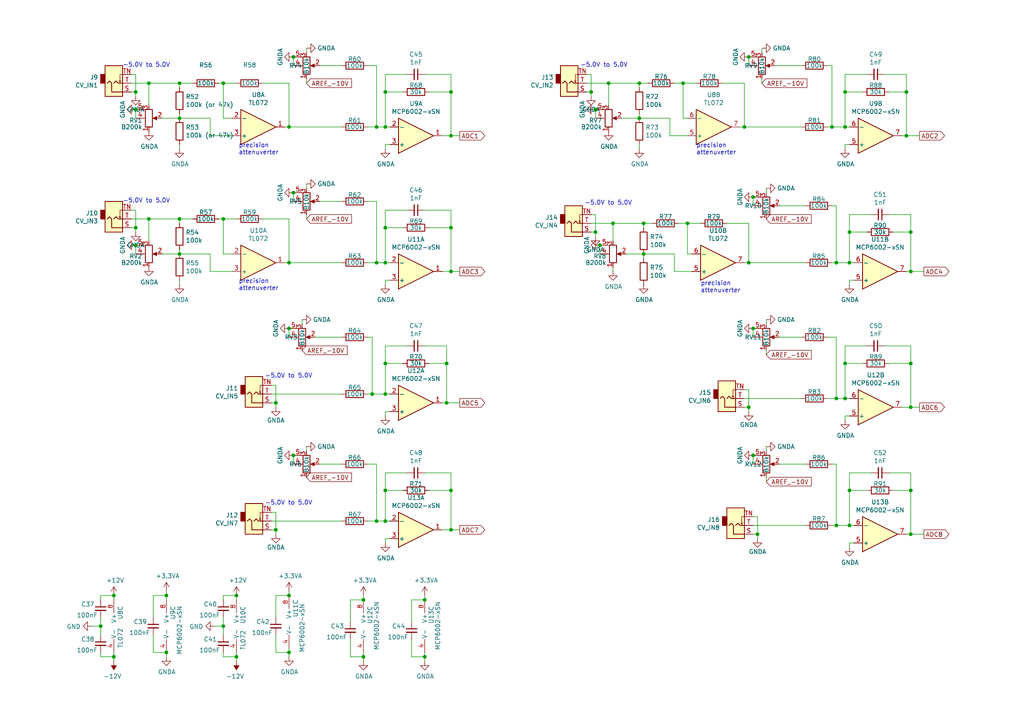
<source format=kicad_sch>
(kicad_sch (version 20211123) (generator eeschema)
  (paper "A4")
  (junction (at 186.69 73.66))
  (junction (at 215.9 36.83))
  (junction (at 83.82 95.25))
  (junction (at 123.19 173.99))
  (junction (at 83.82 189.23))
  (junction (at 64.77 63.5))
  (junction (at 68.58 190.5))
  (junction (at 245.11 36.83))
  (junction (at 109.22 36.83))
  (junction (at 111.76 142.24))
  (junction (at 217.17 16.51))
  (junction (at 172.72 67.31))
  (junction (at 245.11 105.41))
  (junction (at 264.16 154.94))
  (junction (at 264.16 78.74))
  (junction (at 29.21 181.61))
  (junction (at 173.99 71.12))
  (junction (at 185.42 24.13))
  (junction (at 52.07 34.29))
  (junction (at 245.11 115.57))
  (junction (at 39.37 26.67))
  (junction (at 39.37 71.12))
  (junction (at 245.11 26.67))
  (junction (at 242.57 76.2))
  (junction (at 218.44 57.15))
  (junction (at 218.44 132.08))
  (junction (at 129.54 116.84))
  (junction (at 130.81 153.67))
  (junction (at 111.76 26.67))
  (junction (at 129.54 105.41))
  (junction (at 43.18 63.5))
  (junction (at 52.07 73.66))
  (junction (at 109.22 76.2))
  (junction (at 105.41 173.99))
  (junction (at 130.81 39.37))
  (junction (at 48.26 172.72))
  (junction (at 111.76 36.83))
  (junction (at 217.17 76.2))
  (junction (at 172.72 31.75))
  (junction (at 217.17 118.11))
  (junction (at 262.89 39.37))
  (junction (at 107.95 114.3))
  (junction (at 130.81 78.74))
  (junction (at 52.07 24.13))
  (junction (at 111.76 114.3))
  (junction (at 85.09 132.08))
  (junction (at 52.07 63.5))
  (junction (at 64.77 24.13))
  (junction (at 39.37 66.04))
  (junction (at 105.41 190.5))
  (junction (at 242.57 115.57))
  (junction (at 246.38 76.2))
  (junction (at 83.82 36.83))
  (junction (at 111.76 105.41))
  (junction (at 85.09 16.51))
  (junction (at 177.8 64.77))
  (junction (at 264.16 105.41))
  (junction (at 39.37 31.75))
  (junction (at 33.02 190.5))
  (junction (at 198.12 24.13))
  (junction (at 241.3 36.83))
  (junction (at 64.77 181.61))
  (junction (at 33.02 172.72))
  (junction (at 264.16 142.24))
  (junction (at 111.76 151.13))
  (junction (at 199.39 64.77))
  (junction (at 171.45 26.67))
  (junction (at 130.81 26.67))
  (junction (at 80.01 116.84))
  (junction (at 264.16 67.31))
  (junction (at 218.44 95.25))
  (junction (at 83.82 172.72))
  (junction (at 219.71 154.94))
  (junction (at 109.22 151.13))
  (junction (at 246.38 142.24))
  (junction (at 242.57 152.4))
  (junction (at 176.53 24.13))
  (junction (at 123.19 190.5))
  (junction (at 264.16 118.11))
  (junction (at 43.18 24.13))
  (junction (at 68.58 172.72))
  (junction (at 80.01 153.67))
  (junction (at 185.42 34.29))
  (junction (at 85.09 55.88))
  (junction (at 111.76 76.2))
  (junction (at 262.89 26.67))
  (junction (at 130.81 142.24))
  (junction (at 246.38 152.4))
  (junction (at 186.69 64.77))
  (junction (at 246.38 67.31))
  (junction (at 83.82 76.2))
  (junction (at 130.81 66.04))
  (junction (at 111.76 66.04))
  (junction (at 48.26 189.23))
  (wire (pts (xy 209.55 24.13) (xy 215.9 24.13)))
  (wire (pts (xy 264.16 78.74) (xy 262.89 78.74)))
  (wire (pts (xy 111.76 41.91) (xy 113.03 41.91)))
  (wire (pts (xy 264.16 100.33) (xy 264.16 105.41)))
  (wire (pts (xy 257.81 137.16) (xy 264.16 137.16)))
  (wire (pts (xy 217.17 76.2) (xy 233.68 76.2)))
  (wire (pts (xy 171.45 26.67) (xy 170.18 26.67)))
  (wire (pts (xy 118.11 100.33) (xy 111.76 100.33)))
  (wire (pts (xy 111.76 36.83) (xy 109.22 36.83)))
  (wire (pts (xy 62.23 181.61) (xy 64.77 181.61)))
  (wire (pts (xy 111.76 76.2) (xy 109.22 76.2)))
  (wire (pts (xy 85.09 16.51) (xy 85.09 19.05)))
  (wire (pts (xy 226.06 134.62) (xy 233.68 134.62)))
  (wire (pts (xy 177.8 64.77) (xy 186.69 64.77)))
  (wire (pts (xy 52.07 82.55) (xy 52.07 81.28)))
  (wire (pts (xy 246.38 67.31) (xy 251.46 67.31)))
  (wire (pts (xy 46.99 34.29) (xy 52.07 34.29)))
  (wire (pts (xy 52.07 64.77) (xy 52.07 63.5)))
  (wire (pts (xy 123.19 190.5) (xy 123.19 189.23)))
  (wire (pts (xy 129.54 105.41) (xy 129.54 116.84)))
  (wire (pts (xy 218.44 152.4) (xy 233.68 152.4)))
  (wire (pts (xy 111.76 21.59) (xy 111.76 26.67)))
  (wire (pts (xy 109.22 151.13) (xy 106.68 151.13)))
  (wire (pts (xy 176.53 30.48) (xy 176.53 24.13)))
  (wire (pts (xy 267.97 78.74) (xy 264.16 78.74)))
  (wire (pts (xy 215.9 36.83) (xy 214.63 36.83)))
  (wire (pts (xy 111.76 151.13) (xy 111.76 142.24)))
  (wire (pts (xy 83.82 190.5) (xy 83.82 189.23)))
  (wire (pts (xy 39.37 21.59) (xy 39.37 26.67)))
  (wire (pts (xy 218.44 132.08) (xy 218.44 134.62)))
  (wire (pts (xy 219.71 149.86) (xy 219.71 154.94)))
  (wire (pts (xy 130.81 137.16) (xy 130.81 142.24)))
  (wire (pts (xy 78.74 114.3) (xy 99.06 114.3)))
  (wire (pts (xy 246.38 36.83) (xy 245.11 36.83)))
  (wire (pts (xy 217.17 118.11) (xy 215.9 118.11)))
  (wire (pts (xy 52.07 43.18) (xy 52.07 41.91)))
  (wire (pts (xy 257.81 26.67) (xy 262.89 26.67)))
  (wire (pts (xy 217.17 16.51) (xy 217.17 19.05)))
  (wire (pts (xy 80.01 153.67) (xy 78.74 153.67)))
  (wire (pts (xy 106.68 134.62) (xy 109.22 134.62)))
  (wire (pts (xy 185.42 43.18) (xy 185.42 41.91)))
  (wire (pts (xy 222.25 102.87) (xy 222.25 101.6)))
  (wire (pts (xy 111.76 82.55) (xy 111.76 81.28)))
  (wire (pts (xy 43.18 24.13) (xy 52.07 24.13)))
  (wire (pts (xy 60.96 73.66) (xy 60.96 78.74)))
  (wire (pts (xy 80.01 189.23) (xy 83.82 189.23)))
  (wire (pts (xy 44.45 179.07) (xy 44.45 172.72)))
  (wire (pts (xy 111.76 151.13) (xy 109.22 151.13)))
  (wire (pts (xy 78.74 151.13) (xy 99.06 151.13)))
  (wire (pts (xy 172.72 67.31) (xy 171.45 67.31)))
  (wire (pts (xy 68.58 190.5) (xy 64.77 190.5)))
  (wire (pts (xy 226.06 59.69) (xy 233.68 59.69)))
  (wire (pts (xy 173.99 71.12) (xy 173.99 73.66)))
  (wire (pts (xy 111.76 114.3) (xy 107.95 114.3)))
  (wire (pts (xy 68.58 172.72) (xy 68.58 173.99)))
  (wire (pts (xy 64.77 181.61) (xy 64.77 184.15)))
  (wire (pts (xy 266.7 118.11) (xy 264.16 118.11)))
  (wire (pts (xy 111.76 100.33) (xy 111.76 105.41)))
  (wire (pts (xy 123.19 172.72) (xy 123.19 173.99)))
  (wire (pts (xy 199.39 73.66) (xy 200.66 73.66)))
  (wire (pts (xy 43.18 30.48) (xy 43.18 24.13)))
  (wire (pts (xy 33.02 172.72) (xy 33.02 173.99)))
  (wire (pts (xy 215.9 24.13) (xy 215.9 36.83)))
  (wire (pts (xy 52.07 63.5) (xy 55.88 63.5)))
  (wire (pts (xy 222.25 139.7) (xy 222.25 138.43)))
  (wire (pts (xy 85.09 55.88) (xy 85.09 58.42)))
  (wire (pts (xy 92.71 19.05) (xy 99.06 19.05)))
  (wire (pts (xy 245.11 121.92) (xy 245.11 120.65)))
  (wire (pts (xy 80.01 184.15) (xy 80.01 189.23)))
  (wire (pts (xy 39.37 60.96) (xy 39.37 66.04)))
  (wire (pts (xy 123.19 100.33) (xy 129.54 100.33)))
  (wire (pts (xy 259.08 142.24) (xy 264.16 142.24)))
  (wire (pts (xy 64.77 73.66) (xy 67.31 73.66)))
  (wire (pts (xy 130.81 39.37) (xy 128.27 39.37)))
  (wire (pts (xy 52.07 25.4) (xy 52.07 24.13)))
  (wire (pts (xy 123.19 191.77) (xy 123.19 190.5)))
  (wire (pts (xy 80.01 148.59) (xy 80.01 153.67)))
  (wire (pts (xy 245.11 115.57) (xy 245.11 105.41)))
  (wire (pts (xy 220.98 24.13) (xy 220.98 22.86)))
  (wire (pts (xy 241.3 134.62) (xy 242.57 134.62)))
  (wire (pts (xy 111.76 60.96) (xy 111.76 66.04)))
  (wire (pts (xy 124.46 26.67) (xy 130.81 26.67)))
  (wire (pts (xy 256.54 100.33) (xy 264.16 100.33)))
  (wire (pts (xy 80.01 179.07) (xy 80.01 172.72)))
  (wire (pts (xy 38.1 63.5) (xy 43.18 63.5)))
  (wire (pts (xy 240.03 97.79) (xy 242.57 97.79)))
  (wire (pts (xy 217.17 64.77) (xy 217.17 76.2)))
  (wire (pts (xy 246.38 158.75) (xy 246.38 157.48)))
  (wire (pts (xy 180.34 34.29) (xy 185.42 34.29)))
  (wire (pts (xy 262.89 26.67) (xy 262.89 39.37)))
  (wire (pts (xy 52.07 72.39) (xy 52.07 73.66)))
  (wire (pts (xy 245.11 26.67) (xy 250.19 26.67)))
  (wire (pts (xy 199.39 64.77) (xy 199.39 73.66)))
  (wire (pts (xy 118.11 137.16) (xy 111.76 137.16)))
  (wire (pts (xy 246.38 152.4) (xy 242.57 152.4)))
  (wire (pts (xy 106.68 58.42) (xy 109.22 58.42)))
  (wire (pts (xy 242.57 115.57) (xy 240.03 115.57)))
  (wire (pts (xy 43.18 69.85) (xy 43.18 63.5)))
  (wire (pts (xy 246.38 81.28) (xy 247.65 81.28)))
  (wire (pts (xy 52.07 34.29) (xy 60.96 34.29)))
  (wire (pts (xy 68.58 172.72) (xy 64.77 172.72)))
  (wire (pts (xy 224.79 19.05) (xy 232.41 19.05)))
  (wire (pts (xy 39.37 66.04) (xy 38.1 66.04)))
  (wire (pts (xy 266.7 39.37) (xy 262.89 39.37)))
  (wire (pts (xy 39.37 71.12) (xy 39.37 73.66)))
  (wire (pts (xy 133.35 153.67) (xy 130.81 153.67)))
  (wire (pts (xy 185.42 34.29) (xy 194.31 34.29)))
  (wire (pts (xy 83.82 76.2) (xy 82.55 76.2)))
  (wire (pts (xy 88.9 53.34) (xy 88.9 54.61)))
  (wire (pts (xy 88.9 63.5) (xy 88.9 62.23)))
  (wire (pts (xy 88.9 24.13) (xy 88.9 22.86)))
  (wire (pts (xy 39.37 67.31) (xy 39.37 66.04)))
  (wire (pts (xy 85.09 132.08) (xy 85.09 134.62)))
  (wire (pts (xy 129.54 100.33) (xy 129.54 105.41)))
  (wire (pts (xy 83.82 36.83) (xy 82.55 36.83)))
  (wire (pts (xy 226.06 97.79) (xy 232.41 97.79)))
  (wire (pts (xy 92.71 58.42) (xy 99.06 58.42)))
  (wire (pts (xy 106.68 97.79) (xy 107.95 97.79)))
  (wire (pts (xy 76.2 63.5) (xy 83.82 63.5)))
  (wire (pts (xy 38.1 60.96) (xy 39.37 60.96)))
  (wire (pts (xy 241.3 36.83) (xy 240.03 36.83)))
  (wire (pts (xy 48.26 190.5) (xy 48.26 189.23)))
  (wire (pts (xy 133.35 116.84) (xy 129.54 116.84)))
  (wire (pts (xy 242.57 59.69) (xy 242.57 76.2)))
  (wire (pts (xy 246.38 157.48) (xy 247.65 157.48)))
  (wire (pts (xy 264.16 62.23) (xy 264.16 67.31)))
  (wire (pts (xy 52.07 24.13) (xy 55.88 24.13)))
  (wire (pts (xy 64.77 63.5) (xy 64.77 73.66)))
  (wire (pts (xy 109.22 76.2) (xy 106.68 76.2)))
  (wire (pts (xy 247.65 76.2) (xy 246.38 76.2)))
  (wire (pts (xy 80.01 172.72) (xy 83.82 172.72)))
  (wire (pts (xy 245.11 21.59) (xy 245.11 26.67)))
  (wire (pts (xy 105.41 191.77) (xy 105.41 190.5)))
  (wire (pts (xy 264.16 118.11) (xy 261.62 118.11)))
  (wire (pts (xy 92.71 134.62) (xy 99.06 134.62)))
  (wire (pts (xy 242.57 97.79) (xy 242.57 115.57)))
  (wire (pts (xy 48.26 171.45) (xy 48.26 172.72)))
  (wire (pts (xy 113.03 151.13) (xy 111.76 151.13)))
  (wire (pts (xy 246.38 142.24) (xy 251.46 142.24)))
  (wire (pts (xy 64.77 24.13) (xy 68.58 24.13)))
  (wire (pts (xy 252.73 62.23) (xy 246.38 62.23)))
  (wire (pts (xy 185.42 33.02) (xy 185.42 34.29)))
  (wire (pts (xy 186.69 64.77) (xy 189.23 64.77)))
  (wire (pts (xy 109.22 58.42) (xy 109.22 76.2)))
  (wire (pts (xy 29.21 179.07) (xy 29.21 181.61)))
  (wire (pts (xy 44.45 189.23) (xy 48.26 189.23)))
  (wire (pts (xy 63.5 24.13) (xy 64.77 24.13)))
  (wire (pts (xy 245.11 36.83) (xy 245.11 26.67)))
  (wire (pts (xy 194.31 34.29) (xy 194.31 39.37)))
  (wire (pts (xy 101.6 185.42) (xy 101.6 190.5)))
  (wire (pts (xy 111.76 157.48) (xy 111.76 156.21)))
  (wire (pts (xy 198.12 34.29) (xy 199.39 34.29)))
  (wire (pts (xy 111.76 26.67) (xy 116.84 26.67)))
  (wire (pts (xy 171.45 21.59) (xy 171.45 26.67)))
  (wire (pts (xy 130.81 153.67) (xy 128.27 153.67)))
  (wire (pts (xy 198.12 24.13) (xy 198.12 34.29)))
  (wire (pts (xy 130.81 66.04) (xy 130.81 78.74)))
  (wire (pts (xy 198.12 24.13) (xy 201.93 24.13)))
  (wire (pts (xy 185.42 24.13) (xy 187.96 24.13)))
  (wire (pts (xy 172.72 62.23) (xy 172.72 67.31)))
  (wire (pts (xy 246.38 115.57) (xy 245.11 115.57)))
  (wire (pts (xy 109.22 19.05) (xy 109.22 36.83)))
  (wire (pts (xy 113.03 76.2) (xy 111.76 76.2)))
  (wire (pts (xy 251.46 21.59) (xy 245.11 21.59)))
  (wire (pts (xy 215.9 36.83) (xy 232.41 36.83)))
  (wire (pts (xy 257.81 62.23) (xy 264.16 62.23)))
  (wire (pts (xy 64.77 179.07) (xy 64.77 181.61)))
  (wire (pts (xy 124.46 105.41) (xy 129.54 105.41)))
  (wire (pts (xy 118.11 60.96) (xy 111.76 60.96)))
  (wire (pts (xy 60.96 39.37) (xy 67.31 39.37)))
  (wire (pts (xy 245.11 43.18) (xy 245.11 41.91)))
  (wire (pts (xy 196.85 64.77) (xy 199.39 64.77)))
  (wire (pts (xy 240.03 19.05) (xy 241.3 19.05)))
  (wire (pts (xy 195.58 73.66) (xy 195.58 78.74)))
  (wire (pts (xy 111.76 66.04) (xy 116.84 66.04)))
  (wire (pts (xy 52.07 33.02) (xy 52.07 34.29)))
  (wire (pts (xy 64.77 24.13) (xy 64.77 34.29)))
  (wire (pts (xy 123.19 21.59) (xy 130.81 21.59)))
  (wire (pts (xy 251.46 100.33) (xy 245.11 100.33)))
  (wire (pts (xy 39.37 26.67) (xy 38.1 26.67)))
  (wire (pts (xy 64.77 34.29) (xy 67.31 34.29)))
  (wire (pts (xy 107.95 97.79) (xy 107.95 114.3)))
  (wire (pts (xy 130.81 26.67) (xy 130.81 39.37)))
  (wire (pts (xy 80.01 116.84) (xy 78.74 116.84)))
  (wire (pts (xy 111.76 142.24) (xy 116.84 142.24)))
  (wire (pts (xy 129.54 116.84) (xy 128.27 116.84)))
  (wire (pts (xy 181.61 73.66) (xy 186.69 73.66)))
  (wire (pts (xy 195.58 78.74) (xy 200.66 78.74)))
  (wire (pts (xy 247.65 152.4) (xy 246.38 152.4)))
  (wire (pts (xy 33.02 189.23) (xy 33.02 190.5)))
  (wire (pts (xy 222.25 129.54) (xy 222.25 130.81)))
  (wire (pts (xy 80.01 154.94) (xy 80.01 153.67)))
  (wire (pts (xy 83.82 63.5) (xy 83.82 76.2)))
  (wire (pts (xy 259.08 67.31) (xy 264.16 67.31)))
  (wire (pts (xy 177.8 69.85) (xy 177.8 64.77)))
  (wire (pts (xy 195.58 24.13) (xy 198.12 24.13)))
  (wire (pts (xy 133.35 39.37) (xy 130.81 39.37)))
  (wire (pts (xy 130.81 21.59) (xy 130.81 26.67)))
  (wire (pts (xy 123.19 137.16) (xy 130.81 137.16)))
  (wire (pts (xy 38.1 24.13) (xy 43.18 24.13)))
  (wire (pts (xy 194.31 39.37) (xy 199.39 39.37)))
  (wire (pts (xy 219.71 156.21) (xy 219.71 154.94)))
  (wire (pts (xy 88.9 129.54) (xy 88.9 130.81)))
  (wire (pts (xy 83.82 36.83) (xy 99.06 36.83)))
  (wire (pts (xy 222.25 92.71) (xy 222.25 93.98)))
  (wire (pts (xy 186.69 73.66) (xy 186.69 74.93)))
  (wire (pts (xy 222.25 54.61) (xy 222.25 55.88)))
  (wire (pts (xy 242.57 152.4) (xy 241.3 152.4)))
  (wire (pts (xy 26.67 181.61) (xy 29.21 181.61)))
  (wire (pts (xy 52.07 73.66) (xy 60.96 73.66)))
  (wire (pts (xy 177.8 78.74) (xy 177.8 77.47)))
  (wire (pts (xy 219.71 154.94) (xy 218.44 154.94)))
  (wire (pts (xy 105.41 172.72) (xy 105.41 173.99)))
  (wire (pts (xy 113.03 36.83) (xy 111.76 36.83)))
  (wire (pts (xy 246.38 152.4) (xy 246.38 142.24)))
  (wire (pts (xy 124.46 142.24) (xy 130.81 142.24)))
  (wire (pts (xy 88.9 13.97) (xy 88.9 15.24)))
  (wire (pts (xy 245.11 120.65) (xy 246.38 120.65)))
  (wire (pts (xy 64.77 190.5) (xy 64.77 189.23)))
  (wire (pts (xy 245.11 115.57) (xy 242.57 115.57)))
  (wire (pts (xy 217.17 76.2) (xy 215.9 76.2)))
  (wire (pts (xy 83.82 24.13) (xy 83.82 36.83)))
  (wire (pts (xy 210.82 64.77) (xy 217.17 64.77)))
  (wire (pts (xy 264.16 67.31) (xy 264.16 78.74)))
  (wire (pts (xy 264.16 154.94) (xy 262.89 154.94)))
  (wire (pts (xy 185.42 25.4) (xy 185.42 24.13)))
  (wire (pts (xy 111.76 120.65) (xy 111.76 119.38)))
  (wire (pts (xy 111.76 156.21) (xy 113.03 156.21)))
  (wire (pts (xy 105.41 190.5) (xy 105.41 189.23)))
  (wire (pts (xy 118.11 21.59) (xy 111.76 21.59)))
  (wire (pts (xy 170.18 21.59) (xy 171.45 21.59)))
  (wire (pts (xy 241.3 19.05) (xy 241.3 36.83)))
  (wire (pts (xy 111.76 36.83) (xy 111.76 26.67)))
  (wire (pts (xy 218.44 149.86) (xy 219.71 149.86)))
  (wire (pts (xy 172.72 31.75) (xy 172.72 34.29)))
  (wire (pts (xy 172.72 68.58) (xy 172.72 67.31)))
  (wire (pts (xy 83.82 95.25) (xy 83.82 97.79)))
  (wire (pts (xy 246.38 137.16) (xy 246.38 142.24)))
  (wire (pts (xy 48.26 172.72) (xy 48.26 173.99)))
  (wire (pts (xy 107.95 114.3) (xy 106.68 114.3)))
  (wire (pts (xy 262.89 21.59) (xy 262.89 26.67)))
  (wire (pts (xy 111.76 137.16) (xy 111.76 142.24)))
  (wire (pts (xy 83.82 76.2) (xy 99.06 76.2)))
  (wire (pts (xy 171.45 64.77) (xy 177.8 64.77)))
  (wire (pts (xy 111.76 119.38) (xy 113.03 119.38)))
  (wire (pts (xy 111.76 114.3) (xy 111.76 105.41)))
  (wire (pts (xy 257.81 105.41) (xy 264.16 105.41)))
  (wire (pts (xy 43.18 63.5) (xy 52.07 63.5)))
  (wire (pts (xy 218.44 95.25) (xy 218.44 97.79)))
  (wire (pts (xy 44.45 184.15) (xy 44.45 189.23)))
  (wire (pts (xy 262.89 39.37) (xy 261.62 39.37)))
  (wire (pts (xy 33.02 190.5) (xy 29.21 190.5)))
  (wire (pts (xy 80.01 111.76) (xy 80.01 116.84)))
  (wire (pts (xy 246.38 76.2) (xy 242.57 76.2)))
  (wire (pts (xy 76.2 24.13) (xy 83.82 24.13)))
  (wire (pts (xy 171.45 62.23) (xy 172.72 62.23)))
  (wire (pts (xy 39.37 27.94) (xy 39.37 26.67)))
  (wire (pts (xy 130.81 78.74) (xy 128.27 78.74)))
  (wire (pts (xy 38.1 21.59) (xy 39.37 21.59)))
  (wire (pts (xy 91.44 97.79) (xy 99.06 97.79)))
  (wire (pts (xy 242.57 76.2) (xy 241.3 76.2)))
  (wire (pts (xy 80.01 118.11) (xy 80.01 116.84)))
  (wire (pts (xy 130.81 142.24) (xy 130.81 153.67)))
  (wire (pts (xy 60.96 34.29) (xy 60.96 39.37)))
  (wire (pts (xy 186.69 73.66) (xy 195.58 73.66)))
  (wire (pts (xy 68.58 190.5) (xy 68.58 191.77)))
  (wire (pts (xy 113.03 114.3) (xy 111.76 114.3)))
  (wire (pts (xy 78.74 111.76) (xy 80.01 111.76)))
  (wire (pts (xy 176.53 24.13) (xy 185.42 24.13)))
  (wire (pts (xy 119.38 185.42) (xy 119.38 190.5)))
  (wire (pts (xy 246.38 76.2) (xy 246.38 67.31)))
  (wire (pts (xy 170.18 24.13) (xy 176.53 24.13)))
  (wire (pts (xy 245.11 100.33) (xy 245.11 105.41)))
  (wire (pts (xy 242.57 134.62) (xy 242.57 152.4)))
  (wire (pts (xy 241.3 59.69) (xy 242.57 59.69)))
  (wire (pts (xy 217.17 113.03) (xy 217.17 118.11)))
  (wire (pts (xy 33.02 172.72) (xy 29.21 172.72)))
  (wire (pts (xy 246.38 62.23) (xy 246.38 67.31)))
  (wire (pts (xy 83.82 189.23) (xy 83.82 187.96)))
  (wire (pts (xy 83.82 171.45) (xy 83.82 172.72)))
  (wire (pts (xy 119.38 180.34) (xy 119.38 173.99)))
  (wire (pts (xy 130.81 60.96) (xy 130.81 66.04)))
  (wire (pts (xy 64.77 172.72) (xy 64.77 173.99)))
  (wire (pts (xy 60.96 78.74) (xy 67.31 78.74)))
  (wire (pts (xy 217.17 119.38) (xy 217.17 118.11)))
  (wire (pts (xy 101.6 190.5) (xy 105.41 190.5)))
  (wire (pts (xy 220.98 13.97) (xy 220.98 15.24)))
  (wire (pts (xy 29.21 181.61) (xy 29.21 184.15)))
  (wire (pts (xy 245.11 36.83) (xy 241.3 36.83)))
  (wire (pts (xy 245.11 105.41) (xy 250.19 105.41)))
  (wire (pts (xy 123.19 60.96) (xy 130.81 60.96)))
  (wire (pts (xy 124.46 66.04) (xy 130.81 66.04)))
  (wire (pts (xy 106.68 19.05) (xy 109.22 19.05)))
  (wire (pts (xy 109.22 134.62) (xy 109.22 151.13)))
  (wire (pts (xy 215.9 115.57) (xy 232.41 115.57)))
  (wire (pts (xy 252.73 137.16) (xy 246.38 137.16)))
  (wire (pts (xy 101.6 180.34) (xy 101.6 173.99)))
  (wire (pts (xy 111.76 76.2) (xy 111.76 66.04)))
  (wire (pts (xy 267.97 154.94) (xy 264.16 154.94)))
  (wire (pts (xy 78.74 148.59) (xy 80.01 148.59)))
  (wire (pts (xy 29.21 172.72) (xy 29.21 173.99)))
  (wire (pts (xy 29.21 190.5) (xy 29.21 189.23)))
  (wire (pts (xy 264.16 142.24) (xy 264.16 154.94)))
  (wire (pts (xy 63.5 63.5) (xy 64.77 63.5)))
  (wire (pts (xy 111.76 81.28) (xy 113.03 81.28)))
  (wire (pts (xy 44.45 172.72) (xy 48.26 172.72)))
  (wire (pts (xy 186.69 66.04) (xy 186.69 64.77)))
  (wire (pts (xy 171.45 27.94) (xy 171.45 26.67)))
  (wire (pts (xy 245.11 41.91) (xy 246.38 41.91)))
  (wire (pts (xy 264.16 137.16) (xy 264.16 142.24)))
  (wire (pts (xy 111.76 105.41) (xy 116.84 105.41)))
  (wire (pts (xy 39.37 31.75) (xy 39.37 34.29)))
  (wire (pts (xy 68.58 189.23) (xy 68.58 190.5)))
  (wire (pts (xy 46.99 73.66) (xy 52.07 73.66)))
  (wire (pts (xy 119.38 190.5) (xy 123.19 190.5)))
  (wire (pts (xy 111.76 43.18) (xy 111.76 41.91)))
  (wire (pts (xy 246.38 82.55) (xy 246.38 81.28)))
  (wire (pts (xy 215.9 113.03) (xy 217.17 113.03)))
  (wire (pts (xy 33.02 190.5) (xy 33.02 191.77)))
  (wire (pts (xy 64.77 63.5) (xy 68.58 63.5)))
  (wire (pts (xy 256.54 21.59) (xy 262.89 21.59)))
  (wire (pts (xy 109.22 36.83) (xy 106.68 36.83)))
  (wire (pts (xy 119.38 173.99) (xy 123.19 173.99)))
  (wire (pts (xy 133.35 78.74) (xy 130.81 78.74)))
  (wire (pts (xy 218.44 57.15) (xy 218.44 59.69)))
  (wire (pts (xy 199.39 64.77) (xy 203.2 64.77)))
  (wire (pts (xy 264.16 105.41) (xy 264.16 118.11)))
  (wire (pts (xy 101.6 173.99) (xy 105.41 173.99)))
  (wire (pts (xy 87.63 92.71) (xy 87.63 93.98)))
  (text "-5.0V to 5.0V" (at 168.275 19.685 0) (effects (font (size 1.27 1.27)) (justify left bottom)))
  (text "precision\nattenuverter" (at 69.215 84.455 0) (effects (font (size 1.27 1.27)) (justify left bottom)))
  (text "-5.0V to 5.0V" (at 76.835 109.855 0) (effects (font (size 1.27 1.27)) (justify left bottom)))
  (text "-5.0V to 5.0V" (at 35.56 19.685 0) (effects (font (size 1.27 1.27)) (justify left bottom)))
  (text "-5.0V to 5.0V" (at 35.56 59.055 0) (effects (font (size 1.27 1.27)) (justify left bottom)))
  (text "precision\nattenuverter" (at 203.2 85.09 0) (effects (font (size 1.27 1.27)) (justify left bottom)))
  (text "-5.0V to 5.0V" (at 76.835 146.685 0) (effects (font (size 1.27 1.27)) (justify left bottom)))
  (text "precision\nattenuverter" (at 69.215 45.085 0) (effects (font (size 1.27 1.27)) (justify left bottom)))
  (text "precision\nattenuverter" (at 201.93 45.085 0) (effects (font (size 1.27 1.27)) (justify left bottom)))
  (text "-5.0V to 5.0V" (at 169.545 59.69 0) (effects (font (size 1.27 1.27)) (justify left bottom)))
  (global_label "ADC5" (shape output) (at 133.35 116.84 0) (property "Intersheet References" "${INTERSHEET_REFS}" (effects hide)))
  (global_label "ADC1" (shape output) (at 133.35 39.37 0) (property "Intersheet References" "${INTERSHEET_REFS}" (effects hide)))
  (global_label "ADC3" (shape output) (at 133.35 78.74 0) (property "Intersheet References" "${INTERSHEET_REFS}" (effects hide)))
  (global_label "AREF_-10V" (shape input) (at 220.98 24.13 0) (property "Intersheet References" "${INTERSHEET_REFS}" (effects hide)))
  (global_label "ADC6" (shape output) (at 266.7 118.11 0) (property "Intersheet References" "${INTERSHEET_REFS}" (effects hide)))
  (global_label "AREF_-10V" (shape input) (at 87.63 101.6 0) (property "Intersheet References" "${INTERSHEET_REFS}" (effects hide)))
  (global_label "AREF_-10V" (shape input) (at 88.9 63.5 0) (property "Intersheet References" "${INTERSHEET_REFS}" (effects hide)))
  (global_label "ADC7" (shape output) (at 133.35 153.67 0) (property "Intersheet References" "${INTERSHEET_REFS}" (effects hide)))
  (global_label "ADC4" (shape output) (at 267.97 78.74 0) (property "Intersheet References" "${INTERSHEET_REFS}" (effects hide)))
  (global_label "AREF_-10V" (shape input) (at 88.9 24.13 0) (property "Intersheet References" "${INTERSHEET_REFS}" (effects hide)))
  (global_label "AREF_-10V" (shape input) (at 222.25 63.5 0) (property "Intersheet References" "${INTERSHEET_REFS}" (effects hide)))
  (global_label "AREF_-10V" (shape input) (at 222.25 102.87 0) (property "Intersheet References" "${INTERSHEET_REFS}" (effects hide)))
  (global_label "AREF_-10V" (shape input) (at 222.25 139.7 0) (property "Intersheet References" "${INTERSHEET_REFS}" (effects hide)))
  (global_label "AREF_-10V" (shape input) (at 88.9 138.43 0) (property "Intersheet References" "${INTERSHEET_REFS}" (effects hide)))
  (global_label "ADC2" (shape output) (at 266.7 39.37 0) (property "Intersheet References" "${INTERSHEET_REFS}" (effects hide)))
  (global_label "ADC8" (shape output) (at 267.97 154.94 0) (property "Intersheet References" "${INTERSHEET_REFS}" (effects hide)))
  (symbol (lib_id "power:+12V") (at 33.02 172.72 0) (unit 1)
    (property "Reference" "#PWR077" (effects hide))
    (property "Value" "+12V" (at 33.401 168.3258 0))
  )
  (symbol (lib_id "power:-12V") (at 33.02 191.77 180) (unit 1)
    (property "Reference" "#PWR078" (effects hide))
    (property "Value" "-12V" (at 32.639 196.1642 0))
  )
  (symbol (lib_id "Device:C_Small") (at 29.21 176.53 0) (unit 1)
    (property "Reference" "C37" (at 23.495 175.26 0) (effects (justify left)))
    (property "Value" "100nF" (at 22.225 178.435 0) (effects (justify left)))
    (property "LCSC" "C14663" (effects hide))
  )
  (symbol (lib_id "Device:C_Small") (at 29.21 186.69 0) (unit 1)
    (property "Reference" "C38" (at 23.495 185.42 0) (effects (justify left)))
    (property "Value" "100nF" (at 22.225 188.595 0) (effects (justify left)))
    (property "LCSC" "C14663" (effects hide))
  )
  (symbol (lib_id "power:GND") (at 26.67 181.61 270) (unit 1)
    (property "Reference" "#PWR076" (effects hide))
    (property "Value" "GND" (at 23.4188 181.737 90) (effects (justify right)))
  )
  (symbol (lib_id "Device:R") (at 72.39 24.13 270) (unit 1)
    (property "Reference" "R58" (at 72.39 18.8722 90))
    (property "Value" "100k" (at 72.39 24.13 90))
    (property "LCSC" "C25803" (effects hide))
  )
  (symbol (lib_id "Device:R") (at 59.69 24.13 270) (unit 1)
    (property "Reference" "R56" (at 59.69 18.8722 90))
    (property "Value" "100k" (at 59.69 24.13 90))
    (property "LCSC" "C25803" (effects hide))
  )
  (symbol (lib_id "Device:R") (at 52.07 29.21 0) (unit 1)
    (property "Reference" "R52" (at 53.848 28.0416 0) (effects (justify left)))
    (property "Value" "100k (or 47k)" (at 53.848 30.353 0) (effects (justify left)))
    (property "LCSC" "C25803" (effects hide))
  )
  (symbol (lib_id "Device:R") (at 52.07 38.1 0) (unit 1)
    (property "Reference" "R53" (at 53.848 36.9316 0) (effects (justify left)))
    (property "Value" "100k (or 47k)" (at 53.848 39.243 0) (effects (justify left)))
    (property "LCSC" "C25803" (effects hide))
  )
  (symbol (lib_id "Connector:AudioJack2_SwitchT") (at 33.02 24.13 0) (mirror x) (unit 1)
    (property "Reference" "J9" (at 28.4734 22.4282 0) (effects (justify right)))
    (property "Value" "CV_IN1" (at 28.4734 24.7396 0) (effects (justify right)))
    (property "Footprint" "foots:WQP-PJ301M" (effects hide))
    (property "LCSC" "-" (effects hide))
  )
  (symbol (lib_id "Device:R") (at 102.87 36.83 270) (unit 1)
    (property "Reference" "R61" (at 102.87 34.925 90))
    (property "Value" "100k" (at 102.87 36.83 90))
    (property "LCSC" "C25803" (effects hide))
  )
  (symbol (lib_id "Device:R") (at 120.65 26.67 270) (unit 1)
    (property "Reference" "R68" (at 120.65 24.765 90))
    (property "Value" "30k" (at 120.65 26.67 90))
    (property "LCSC" "C22984" (effects hide))
  )
  (symbol (lib_id "Device:C_Small") (at 120.65 21.59 270) (unit 1)
    (property "Reference" "C45" (at 120.65 15.7734 90))
    (property "Value" "1nF" (at 120.65 18.0848 90))
    (property "LCSC" "C1588" (effects hide))
  )
  (symbol (lib_id "power:GNDA") (at 39.37 27.94 0) (unit 1)
    (property "Reference" "#PWR079" (effects hide))
    (property "Value" "GNDA" (at 39.37 31.75 0))
  )
  (symbol (lib_id "power:GNDA") (at 111.76 43.18 0) (unit 1)
    (property "Reference" "#PWR0106" (effects hide))
    (property "Value" "GNDA" (at 111.887 47.5742 0))
  )
  (symbol (lib_id "power:GNDA") (at 48.26 190.5 0) (unit 1)
    (property "Reference" "#PWR086" (effects hide))
    (property "Value" "GNDA" (at 48.387 194.8942 0))
  )
  (symbol (lib_id "Device:C_Small") (at 44.45 181.61 0) (unit 1)
    (property "Reference" "C39" (at 38.735 180.34 0) (effects (justify left)))
    (property "Value" "100nF" (at 37.465 183.515 0) (effects (justify left)))
    (property "LCSC" "C14663" (effects hide))
  )
  (symbol (lib_id "Device:R") (at 102.87 19.05 270) (unit 1)
    (property "Reference" "R60" (at 102.87 17.145 90))
    (property "Value" "100k" (at 102.87 19.05 90))
    (property "LCSC" "C25803" (effects hide))
  )
  (symbol (lib_id "BadPixel_Symbols:R_POT_GND") (at 88.9 19.05 0) (mirror x) (unit 1)
    (property "Reference" "RV4" (at 87.63 19.05 0) (effects (justify right)))
    (property "Value" "B10k" (at 88.9 21.59 90) (effects (justify right)))
    (property "Footprint" "foots:ALPS_POT_VERTICAL_PS" (effects hide))
    (property "LCSC" "-" (effects hide))
  )
  (symbol (lib_id "power:GNDA") (at 52.07 43.18 0) (unit 1)
    (property "Reference" "#PWR087" (effects hide))
    (property "Value" "GNDA" (at 52.197 47.5742 0))
  )
  (symbol (lib_id "power:GNDA") (at 88.9 13.97 90) (unit 1)
    (property "Reference" "#PWR0101" (effects hide))
    (property "Value" "GNDA" (at 94.615 13.97 90))
  )
  (symbol (lib_id "BadPixel_Symbols:R_POT_GND") (at 43.18 34.29 0) (mirror x) (unit 1)
    (property "Reference" "RV1" (at 41.275 34.925 0) (effects (justify right)))
    (property "Value" "B200k" (at 41.275 36.83 0) (effects (justify right)))
    (property "Footprint" "foots:ALPS_POT_VERTICAL_PS" (effects hide))
    (property "LCSC" "-" (effects hide))
  )
  (symbol (lib_id "power:GNDA") (at 43.18 38.1 0) (unit 1)
    (property "Reference" "#PWR083" (effects hide))
    (property "Value" "GNDA" (at 43.307 42.4942 0))
  )
  (symbol (lib_id "Amplifier_Operational:MCP6002-xSN") (at 120.65 39.37 0) (mirror x) (unit 1)
    (property "Reference" "U9" (at 120.65 30.0482 0))
    (property "Value" "MCP6002-xSN" (at 120.65 32.3596 0))
    (property "Datasheet" "http://ww1.microchip.com/downloads/en/DeviceDoc/21733j.pdf" (effects hide))
    (property "LCSC" "C7377" (effects hide))
  )
  (symbol (lib_id "Amplifier_Operational:TL072") (at 74.93 36.83 0) (mirror x) (unit 1)
    (property "Reference" "U8" (at 74.93 27.5082 0))
    (property "Value" "TL072" (at 74.93 29.8196 0))
    (property "Datasheet" "http://www.ti.com/lit/ds/symlink/tl071.pdf" (effects hide))
    (property "LCSC" "C6961" (effects hide))
  )
  (symbol (lib_id "power:+3.3VA") (at 48.26 171.45 0) (unit 1)
    (property "Reference" "#PWR085" (effects hide))
    (property "Value" "+3.3VA" (at 48.641 167.0558 0))
  )
  (symbol (lib_id "power:+3.3VA") (at 83.82 171.45 0) (unit 1)
    (property "Reference" "#PWR095" (effects hide))
    (property "Value" "+3.3VA" (at 84.201 167.0558 0))
  )
  (symbol (lib_id "power:+3.3VA") (at 105.41 172.72 0) (unit 1)
    (property "Reference" "#PWR0104" (effects hide))
    (property "Value" "+3.3VA" (at 105.791 168.3258 0))
  )
  (symbol (lib_id "power:+3.3VA") (at 123.19 172.72 0) (unit 1)
    (property "Reference" "#PWR0110" (effects hide))
    (property "Value" "+3.3VA" (at 123.571 168.3258 0))
  )
  (symbol (lib_id "power:GNDA") (at 39.37 71.12 270) (unit 1)
    (property "Reference" "#PWR082" (effects hide))
    (property "Value" "GNDA" (at 35.56 71.12 0))
  )
  (symbol (lib_id "power:GNDA") (at 39.37 31.75 270) (unit 1)
    (property "Reference" "#PWR080" (effects hide))
    (property "Value" "GNDA" (at 35.56 31.75 0))
  )
  (symbol (lib_id "power:GNDA") (at 85.09 16.51 270) (unit 1)
    (property "Reference" "#PWR097" (effects hide))
    (property "Value" "GNDA" (at 81.28 16.51 0))
  )
  (symbol (lib_id "power:GNDA") (at 172.72 31.75 270) (unit 1)
    (property "Reference" "#PWR0113" (effects hide))
    (property "Value" "GNDA" (at 168.91 31.75 0))
  )
  (symbol (lib_id "power:GNDA") (at 217.17 16.51 270) (unit 1)
    (property "Reference" "#PWR0120" (effects hide))
    (property "Value" "GNDA" (at 213.36 16.51 0))
  )
  (symbol (lib_id "power:GNDA") (at 85.09 55.88 270) (unit 1)
    (property "Reference" "#PWR098" (effects hide))
    (property "Value" "GNDA" (at 81.28 55.88 0))
  )
  (symbol (lib_id "power:GNDA") (at 173.99 71.12 270) (unit 1)
    (property "Reference" "#PWR0115" (effects hide))
    (property "Value" "GNDA" (at 170.18 71.12 0))
  )
  (symbol (lib_id "power:GNDA") (at 218.44 57.15 270) (unit 1)
    (property "Reference" "#PWR0122" (effects hide))
    (property "Value" "GNDA" (at 214.63 57.15 0))
  )
  (symbol (lib_id "power:GNDA") (at 83.82 95.25 270) (unit 1)
    (property "Reference" "#PWR094" (effects hide))
    (property "Value" "GNDA" (at 80.01 95.25 0))
  )
  (symbol (lib_id "power:GNDA") (at 85.09 132.08 270) (unit 1)
    (property "Reference" "#PWR099" (effects hide))
    (property "Value" "GNDA" (at 81.28 132.08 0))
  )
  (symbol (lib_id "power:GNDA") (at 218.44 95.25 270) (unit 1)
    (property "Reference" "#PWR0123" (effects hide))
    (property "Value" "GNDA" (at 214.63 95.25 0))
  )
  (symbol (lib_id "power:GNDA") (at 218.44 132.08 270) (unit 1)
    (property "Reference" "#PWR0124" (effects hide))
    (property "Value" "GNDA" (at 214.63 132.08 0))
  )
  (symbol (lib_id "Connector:AudioJack2_SwitchT") (at 165.1 24.13 0) (mirror x) (unit 1)
    (property "Reference" "J13" (at 160.5534 22.4282 0) (effects (justify right)))
    (property "Value" "CV_IN2" (at 160.5534 24.7396 0) (effects (justify right)))
    (property "Footprint" "foots:WQP-PJ301M" (effects hide))
    (property "LCSC" "-" (effects hide))
  )
  (symbol (lib_id "Device:R") (at 236.22 36.83 270) (unit 1)
    (property "Reference" "R81" (at 236.22 34.925 90))
    (property "Value" "100k" (at 236.22 36.83 90))
    (property "LCSC" "C25803" (effects hide))
  )
  (symbol (lib_id "Device:R") (at 254 26.67 270) (unit 1)
    (property "Reference" "R88" (at 254 24.765 90))
    (property "Value" "30k" (at 254 26.67 90))
    (property "LCSC" "C22984" (effects hide))
  )
  (symbol (lib_id "Device:C_Small") (at 254 21.59 270) (unit 1)
    (property "Reference" "C49" (at 254 15.7734 90))
    (property "Value" "1nF" (at 254 18.0848 90))
    (property "LCSC" "C1588" (effects hide))
  )
  (symbol (lib_id "power:GNDA") (at 171.45 27.94 0) (unit 1)
    (property "Reference" "#PWR0112" (effects hide))
    (property "Value" "GNDA" (at 171.45 31.75 0))
  )
  (symbol (lib_id "power:GNDA") (at 245.11 43.18 0) (unit 1)
    (property "Reference" "#PWR0130" (effects hide))
    (property "Value" "GNDA" (at 245.237 47.5742 0))
  )
  (symbol (lib_id "Device:R") (at 236.22 19.05 270) (unit 1)
    (property "Reference" "R80" (at 236.22 17.145 90))
    (property "Value" "100k" (at 236.22 19.05 90))
    (property "LCSC" "C25803" (effects hide))
  )
  (symbol (lib_id "BadPixel_Symbols:R_POT_GND") (at 220.98 19.05 0) (mirror x) (unit 1)
    (property "Reference" "RV9" (at 219.71 19.05 0) (effects (justify right)))
    (property "Value" "B10k" (at 220.98 21.59 90) (effects (justify right)))
    (property "Footprint" "foots:ALPS_POT_VERTICAL_PS" (effects hide))
    (property "LCSC" "-" (effects hide))
  )
  (symbol (lib_id "Device:R") (at 205.74 24.13 270) (unit 1)
    (property "Reference" "R78" (at 205.74 22.225 90))
    (property "Value" "100k" (at 205.74 24.13 90))
    (property "LCSC" "C25803" (effects hide))
  )
  (symbol (lib_id "Device:R") (at 191.77 24.13 270) (unit 1)
    (property "Reference" "R76" (at 191.77 22.225 90))
    (property "Value" "100k" (at 191.77 24.13 90))
    (property "LCSC" "C25803" (effects hide))
  )
  (symbol (lib_id "Device:R") (at 185.42 29.21 0) (unit 1)
    (property "Reference" "R72" (at 187.198 28.0416 0) (effects (justify left)))
    (property "Value" "100k" (at 187.198 30.353 0) (effects (justify left)))
    (property "LCSC" "C25803" (effects hide))
  )
  (symbol (lib_id "Device:R") (at 185.42 38.1 0) (unit 1)
    (property "Reference" "R73" (at 187.198 36.9316 0) (effects (justify left)))
    (property "Value" "100k" (at 187.198 39.243 0) (effects (justify left)))
    (property "LCSC" "C25803" (effects hide))
  )
  (symbol (lib_id "power:GNDA") (at 185.42 43.18 0) (unit 1)
    (property "Reference" "#PWR0118" (effects hide))
    (property "Value" "GNDA" (at 185.547 47.5742 0))
  )
  (symbol (lib_id "BadPixel_Symbols:R_POT_GND") (at 176.53 34.29 0) (mirror x) (unit 1)
    (property "Reference" "RV7" (at 174.625 34.925 0) (effects (justify right)))
    (property "Value" "B200k" (at 174.625 36.83 0) (effects (justify right)))
    (property "Footprint" "foots:ALPS_POT_VERTICAL_PS" (effects hide))
    (property "LCSC" "-" (effects hide))
  )
  (symbol (lib_id "power:GNDA") (at 176.53 38.1 0) (unit 1)
    (property "Reference" "#PWR0116" (effects hide))
    (property "Value" "GNDA" (at 176.657 42.4942 0))
  )
  (symbol (lib_id "Amplifier_Operational:TL072") (at 207.01 36.83 0) (mirror x) (unit 2)
    (property "Reference" "U8" (at 207.01 27.5082 0))
    (property "Value" "TL072" (at 207.01 29.8196 0))
    (property "Datasheet" "http://www.ti.com/lit/ds/symlink/tl071.pdf" (effects hide))
    (property "LCSC" "C6961" (effects hide))
  )
  (symbol (lib_id "Amplifier_Operational:MCP6002-xSN") (at 254 39.37 0) (mirror x) (unit 2)
    (property "Reference" "U9" (at 254 30.0482 0))
    (property "Value" "MCP6002-xSN" (at 254 32.3596 0))
    (property "Datasheet" "http://ww1.microchip.com/downloads/en/DeviceDoc/21733j.pdf" (effects hide))
    (property "LCSC" "C7377" (effects hide))
  )
  (symbol (lib_id "Amplifier_Operational:MCP6002-xSN") (at 50.8 181.61 0) (unit 3)
    (property "Reference" "U9" (at 50.165 179.705 90) (effects (justify left)))
    (property "Value" "MCP6002-xSN" (at 52.07 189.865 90) (effects (justify left)))
    (property "Datasheet" "http://ww1.microchip.com/downloads/en/DeviceDoc/21733j.pdf" (effects hide))
    (property "LCSC" "C7377" (effects hide))
  )
  (symbol (lib_id "Amplifier_Operational:TL072") (at 35.56 181.61 0) (unit 3)
    (property "Reference" "U8" (at 34.925 179.705 90) (effects (justify left)))
    (property "Value" "TL072" (at 34.925 187.96 90) (effects (justify left)))
    (property "Datasheet" "http://www.ti.com/lit/ds/symlink/tl071.pdf" (effects hide))
    (property "LCSC" "C6961" (effects hide))
  )
  (symbol (lib_id "Connector:AudioJack2_SwitchT") (at 166.37 64.77 0) (mirror x) (unit 1)
    (property "Reference" "J14" (at 161.8234 63.0682 0) (effects (justify right)))
    (property "Value" "CV_IN4" (at 161.8234 65.3796 0) (effects (justify right)))
    (property "Footprint" "foots:WQP-PJ301M" (effects hide))
    (property "LCSC" "-" (effects hide))
  )
  (symbol (lib_id "Device:R") (at 237.49 76.2 270) (unit 1)
    (property "Reference" "R85" (at 237.49 74.295 90))
    (property "Value" "100k" (at 237.49 76.2 90))
    (property "LCSC" "C25803" (effects hide))
  )
  (symbol (lib_id "Device:R") (at 255.27 67.31 270) (unit 1)
    (property "Reference" "R90" (at 255.27 65.405 90))
    (property "Value" "30k" (at 255.27 67.31 90))
    (property "LCSC" "C22984" (effects hide))
  )
  (symbol (lib_id "Device:C_Small") (at 255.27 62.23 270) (unit 1)
    (property "Reference" "C51" (at 255.27 56.4134 90))
    (property "Value" "1nF" (at 255.27 58.7248 90))
    (property "LCSC" "C1588" (effects hide))
  )
  (symbol (lib_id "power:GNDA") (at 172.72 68.58 0) (unit 1)
    (property "Reference" "#PWR0114" (effects hide))
    (property "Value" "GNDA" (at 172.72 72.39 0))
  )
  (symbol (lib_id "power:GNDA") (at 246.38 82.55 0) (unit 1)
    (property "Reference" "#PWR0132" (effects hide))
    (property "Value" "GNDA" (at 246.507 86.9442 0))
  )
  (symbol (lib_id "Device:R") (at 237.49 59.69 270) (unit 1)
    (property "Reference" "R84" (at 237.49 57.785 90))
    (property "Value" "100k" (at 237.49 59.69 90))
    (property "LCSC" "C25803" (effects hide))
  )
  (symbol (lib_id "BadPixel_Symbols:R_POT_GND") (at 222.25 59.69 0) (mirror x) (unit 1)
    (property "Reference" "RV10" (at 220.98 59.69 0) (effects (justify right)))
    (property "Value" "B10k" (at 222.25 62.23 90) (effects (justify right)))
    (property "Footprint" "foots:ALPS_POT_VERTICAL_PS" (effects hide))
    (property "LCSC" "-" (effects hide))
  )
  (symbol (lib_id "Device:R") (at 207.01 64.77 270) (unit 1)
    (property "Reference" "R79" (at 207.01 62.865 90))
    (property "Value" "100k" (at 207.01 64.77 90))
    (property "LCSC" "C25803" (effects hide))
  )
  (symbol (lib_id "Device:R") (at 193.04 64.77 270) (unit 1)
    (property "Reference" "R77" (at 193.04 62.865 90))
    (property "Value" "100k" (at 193.04 64.77 90))
    (property "LCSC" "C25803" (effects hide))
  )
  (symbol (lib_id "Device:R") (at 186.69 69.85 0) (unit 1)
    (property "Reference" "R74" (at 188.468 68.6816 0) (effects (justify left)))
    (property "Value" "100k" (at 188.468 70.993 0) (effects (justify left)))
    (property "LCSC" "C25803" (effects hide))
  )
  (symbol (lib_id "Device:R") (at 186.69 78.74 0) (unit 1)
    (property "Reference" "R75" (at 188.468 77.5716 0) (effects (justify left)))
    (property "Value" "100k" (at 188.468 79.883 0) (effects (justify left)))
    (property "LCSC" "C25803" (effects hide))
  )
  (symbol (lib_id "power:GNDA") (at 186.69 82.55 0) (unit 1)
    (property "Reference" "#PWR0119" (effects hide))
    (property "Value" "GNDA" (at 186.817 86.9442 0))
  )
  (symbol (lib_id "BadPixel_Symbols:R_POT_GND") (at 177.8 73.66 0) (mirror x) (unit 1)
    (property "Reference" "RV8" (at 175.895 74.295 0) (effects (justify right)))
    (property "Value" "B200k" (at 175.895 76.2 0) (effects (justify right)))
    (property "Footprint" "foots:ALPS_POT_VERTICAL_PS" (effects hide))
    (property "LCSC" "-" (effects hide))
  )
  (symbol (lib_id "power:GNDA") (at 177.8 78.74 0) (unit 1)
    (property "Reference" "#PWR0117" (effects hide))
    (property "Value" "GNDA" (at 177.927 83.1342 0))
  )
  (symbol (lib_id "Amplifier_Operational:TL072") (at 208.28 76.2 0) (mirror x) (unit 2)
    (property "Reference" "U10" (at 208.28 66.8782 0))
    (property "Value" "TL072" (at 208.28 69.1896 0))
    (property "Datasheet" "http://www.ti.com/lit/ds/symlink/tl071.pdf" (effects hide))
    (property "LCSC" "C6961" (effects hide))
  )
  (symbol (lib_id "Amplifier_Operational:MCP6002-xSN") (at 255.27 78.74 0) (mirror x) (unit 2)
    (property "Reference" "U11" (at 255.27 69.4182 0))
    (property "Value" "MCP6002-xSN" (at 255.27 71.7296 0))
    (property "Datasheet" "http://ww1.microchip.com/downloads/en/DeviceDoc/21733j.pdf" (effects hide))
    (property "LCSC" "C7377" (effects hide))
  )
  (symbol (lib_id "Connector:AudioJack2_SwitchT") (at 33.02 63.5 0) (mirror x) (unit 1)
    (property "Reference" "J10" (at 28.4734 61.7982 0) (effects (justify right)))
    (property "Value" "CV_IN3" (at 28.4734 64.1096 0) (effects (justify right)))
    (property "Footprint" "foots:WQP-PJ301M" (effects hide))
    (property "LCSC" "-" (effects hide))
  )
  (symbol (lib_id "Device:R") (at 102.87 76.2 270) (unit 1)
    (property "Reference" "R63" (at 102.87 74.295 90))
    (property "Value" "100k" (at 102.87 76.2 90))
    (property "LCSC" "C25803" (effects hide))
  )
  (symbol (lib_id "Device:R") (at 120.65 66.04 270) (unit 1)
    (property "Reference" "R69" (at 120.65 64.135 90))
    (property "Value" "30k" (at 120.65 66.04 90))
    (property "LCSC" "C22984" (effects hide))
  )
  (symbol (lib_id "Device:C_Small") (at 120.65 60.96 270) (unit 1)
    (property "Reference" "C46" (at 120.65 55.1434 90))
    (property "Value" "1nF" (at 120.65 57.4548 90))
    (property "LCSC" "C1588" (effects hide))
  )
  (symbol (lib_id "power:GNDA") (at 39.37 67.31 0) (unit 1)
    (property "Reference" "#PWR081" (effects hide))
    (property "Value" "GNDA" (at 39.37 71.12 0))
  )
  (symbol (lib_id "power:GNDA") (at 111.76 82.55 0) (unit 1)
    (property "Reference" "#PWR0107" (effects hide))
    (property "Value" "GNDA" (at 111.887 86.9442 0))
  )
  (symbol (lib_id "Device:R") (at 102.87 58.42 270) (unit 1)
    (property "Reference" "R62" (at 102.87 56.515 90))
    (property "Value" "100k" (at 102.87 58.42 90))
    (property "LCSC" "C25803" (effects hide))
  )
  (symbol (lib_id "BadPixel_Symbols:R_POT_GND") (at 88.9 58.42 0) (mirror x) (unit 1)
    (property "Reference" "RV5" (at 87.63 58.42 0) (effects (justify right)))
    (property "Value" "B10k" (at 88.9 60.96 90) (effects (justify right)))
    (property "Footprint" "foots:ALPS_POT_VERTICAL_PS" (effects hide))
    (property "LCSC" "-" (effects hide))
  )
  (symbol (lib_id "Device:R") (at 72.39 63.5 270) (unit 1)
    (property "Reference" "R59" (at 72.39 61.595 90))
    (property "Value" "100k" (at 72.39 63.5 90))
    (property "LCSC" "C25803" (effects hide))
  )
  (symbol (lib_id "Device:R") (at 59.69 63.5 270) (unit 1)
    (property "Reference" "R57" (at 59.69 61.595 90))
    (property "Value" "100k" (at 59.69 63.5 90))
    (property "LCSC" "C25803" (effects hide))
  )
  (symbol (lib_id "Device:R") (at 52.07 68.58 0) (unit 1)
    (property "Reference" "R54" (at 53.848 67.4116 0) (effects (justify left)))
    (property "Value" "100k" (at 53.848 69.723 0) (effects (justify left)))
    (property "LCSC" "C25803" (effects hide))
  )
  (symbol (lib_id "Device:R") (at 52.07 77.47 0) (unit 1)
    (property "Reference" "R55" (at 53.848 76.3016 0) (effects (justify left)))
    (property "Value" "100k" (at 53.848 78.613 0) (effects (justify left)))
    (property "LCSC" "C25803" (effects hide))
  )
  (symbol (lib_id "power:GNDA") (at 52.07 82.55 0) (unit 1)
    (property "Reference" "#PWR088" (effects hide))
    (property "Value" "GNDA" (at 52.197 86.9442 0))
  )
  (symbol (lib_id "power:GNDA") (at 43.18 77.47 0) (unit 1)
    (property "Reference" "#PWR084" (effects hide))
    (property "Value" "GNDA" (at 43.307 81.8642 0))
  )
  (symbol (lib_id "Amplifier_Operational:MCP6002-xSN") (at 120.65 78.74 0) (mirror x) (unit 1)
    (property "Reference" "U11" (at 120.65 69.4182 0))
    (property "Value" "MCP6002-xSN" (at 120.65 71.7296 0))
    (property "Datasheet" "http://ww1.microchip.com/downloads/en/DeviceDoc/21733j.pdf" (effects hide))
    (property "LCSC" "C7377" (effects hide))
  )
  (symbol (lib_id "Amplifier_Operational:TL072") (at 74.93 76.2 0) (mirror x) (unit 1)
    (property "Reference" "U10" (at 74.93 66.8782 0))
    (property "Value" "TL072" (at 74.93 69.1896 0))
    (property "Datasheet" "http://www.ti.com/lit/ds/symlink/tl071.pdf" (effects hide))
    (property "LCSC" "C6961" (effects hide))
  )
  (symbol (lib_id "BadPixel_Symbols:R_POT_GND") (at 43.18 73.66 0) (mirror x) (unit 1)
    (property "Reference" "RV2" (at 41.275 74.295 0) (effects (justify right)))
    (property "Value" "B200k" (at 41.275 76.2 0) (effects (justify right)))
    (property "Footprint" "foots:ALPS_POT_VERTICAL_PS" (effects hide))
    (property "LCSC" "-" (effects hide))
  )
  (symbol (lib_id "Connector:AudioJack2_SwitchT") (at 210.82 115.57 0) (mirror x) (unit 1)
    (property "Reference" "J15" (at 206.2734 113.8682 0) (effects (justify right)))
    (property "Value" "CV_IN6" (at 206.2734 116.1796 0) (effects (justify right)))
    (property "Footprint" "foots:WQP-PJ301M" (effects hide))
    (property "LCSC" "-" (effects hide))
  )
  (symbol (lib_id "Device:R") (at 236.22 115.57 270) (unit 1)
    (property "Reference" "R83" (at 236.22 113.665 90))
    (property "Value" "100k" (at 236.22 115.57 90))
    (property "LCSC" "C25803" (effects hide))
  )
  (symbol (lib_id "Device:R") (at 254 105.41 270) (unit 1)
    (property "Reference" "R89" (at 254 103.505 90))
    (property "Value" "30k" (at 254 105.41 90))
    (property "LCSC" "C22984" (effects hide))
  )
  (symbol (lib_id "Device:C_Small") (at 254 100.33 270) (unit 1)
    (property "Reference" "C50" (at 254 94.5134 90))
    (property "Value" "1nF" (at 254 96.8248 90))
    (property "LCSC" "C1588" (effects hide))
  )
  (symbol (lib_id "power:GNDA") (at 217.17 119.38 0) (unit 1)
    (property "Reference" "#PWR0121" (effects hide))
    (property "Value" "GNDA" (at 217.17 123.19 0))
  )
  (symbol (lib_id "power:GNDA") (at 245.11 121.92 0) (unit 1)
    (property "Reference" "#PWR0131" (effects hide))
    (property "Value" "GNDA" (at 245.237 126.3142 0))
  )
  (symbol (lib_id "Device:R") (at 236.22 97.79 270) (unit 1)
    (property "Reference" "R82" (at 236.22 95.885 90))
    (property "Value" "100k" (at 236.22 97.79 90))
    (property "LCSC" "C25803" (effects hide))
  )
  (symbol (lib_id "BadPixel_Symbols:R_POT_GND") (at 222.25 97.79 0) (mirror x) (unit 1)
    (property "Reference" "RV11" (at 220.98 97.79 0) (effects (justify right)))
    (property "Value" "B10k" (at 222.25 100.33 90) (effects (justify right)))
    (property "Footprint" "foots:ALPS_POT_VERTICAL_PS" (effects hide))
    (property "LCSC" "-" (effects hide))
  )
  (symbol (lib_id "Amplifier_Operational:MCP6002-xSN") (at 254 118.11 0) (mirror x) (unit 2)
    (property "Reference" "U12" (at 254 108.7882 0))
    (property "Value" "MCP6002-xSN" (at 254 111.0996 0))
    (property "Datasheet" "http://ww1.microchip.com/downloads/en/DeviceDoc/21733j.pdf" (effects hide))
    (property "LCSC" "C7377" (effects hide))
  )
  (symbol (lib_id "Connector:AudioJack2_SwitchT") (at 73.66 114.3 0) (mirror x) (unit 1)
    (property "Reference" "J11" (at 69.1134 112.5982 0) (effects (justify right)))
    (property "Value" "CV_IN5" (at 69.1134 114.9096 0) (effects (justify right)))
    (property "Footprint" "foots:WQP-PJ301M" (effects hide))
    (property "LCSC" "-" (effects hide))
  )
  (symbol (lib_id "Device:R") (at 102.87 114.3 270) (unit 1)
    (property "Reference" "R65" (at 102.87 112.395 90))
    (property "Value" "100k" (at 102.87 114.3 90))
    (property "LCSC" "C25803" (effects hide))
  )
  (symbol (lib_id "Device:R") (at 120.65 105.41 270) (unit 1)
    (property "Reference" "R70" (at 120.65 103.505 90))
    (property "Value" "30k" (at 120.65 105.41 90))
    (property "LCSC" "C22984" (effects hide))
  )
  (symbol (lib_id "Device:C_Small") (at 120.65 100.33 270) (unit 1)
    (property "Reference" "C47" (at 120.65 94.5134 90))
    (property "Value" "1nF" (at 120.65 96.8248 90))
    (property "LCSC" "C1588" (effects hide))
  )
  (symbol (lib_id "power:GNDA") (at 80.01 118.11 0) (unit 1)
    (property "Reference" "#PWR092" (effects hide))
    (property "Value" "GNDA" (at 80.01 121.92 0))
  )
  (symbol (lib_id "power:GNDA") (at 111.76 120.65 0) (unit 1)
    (property "Reference" "#PWR0108" (effects hide))
    (property "Value" "GNDA" (at 111.887 125.0442 0))
  )
  (symbol (lib_id "Device:R") (at 102.87 97.79 270) (unit 1)
    (property "Reference" "R64" (at 102.87 95.885 90))
    (property "Value" "100k" (at 102.87 97.79 90))
    (property "LCSC" "C25803" (effects hide))
  )
  (symbol (lib_id "BadPixel_Symbols:R_POT_GND") (at 87.63 97.79 0) (mirror x) (unit 1)
    (property "Reference" "RV3" (at 86.36 97.79 0) (effects (justify right)))
    (property "Value" "B10k" (at 87.63 100.33 90) (effects (justify right)))
    (property "Footprint" "foots:ALPS_POT_VERTICAL_PS" (effects hide))
    (property "LCSC" "-" (effects hide))
  )
  (symbol (lib_id "Amplifier_Operational:MCP6002-xSN") (at 120.65 116.84 0) (mirror x) (unit 1)
    (property "Reference" "U12" (at 120.65 107.5182 0))
    (property "Value" "MCP6002-xSN" (at 120.65 109.8296 0))
    (property "Datasheet" "http://ww1.microchip.com/downloads/en/DeviceDoc/21733j.pdf" (effects hide))
    (property "LCSC" "C7377" (effects hide))
  )
  (symbol (lib_id "power:GNDA") (at 83.82 190.5 0) (unit 1)
    (property "Reference" "#PWR096" (effects hide))
    (property "Value" "GNDA" (at 83.947 194.8942 0))
  )
  (symbol (lib_id "Device:C_Small") (at 80.01 181.61 0) (unit 1)
    (property "Reference" "C42" (at 74.295 180.34 0) (effects (justify left)))
    (property "Value" "100nF" (at 73.025 183.515 0) (effects (justify left)))
    (property "LCSC" "C14663" (effects hide))
  )
  (symbol (lib_id "power:+12V") (at 68.58 172.72 0) (unit 1)
    (property "Reference" "#PWR090" (effects hide))
    (property "Value" "+12V" (at 68.961 168.3258 0))
  )
  (symbol (lib_id "power:-12V") (at 68.58 191.77 180) (unit 1)
    (property "Reference" "#PWR091" (effects hide))
    (property "Value" "-12V" (at 68.199 196.1642 0))
  )
  (symbol (lib_id "Device:C_Small") (at 64.77 176.53 0) (unit 1)
    (property "Reference" "C40" (at 59.055 175.26 0) (effects (justify left)))
    (property "Value" "100nF" (at 57.785 178.435 0) (effects (justify left)))
    (property "LCSC" "C14663" (effects hide))
  )
  (symbol (lib_id "Device:C_Small") (at 64.77 186.69 0) (unit 1)
    (property "Reference" "C41" (at 59.055 185.42 0) (effects (justify left)))
    (property "Value" "100nF" (at 57.785 188.595 0) (effects (justify left)))
    (property "LCSC" "C14663" (effects hide))
  )
  (symbol (lib_id "power:GND") (at 62.23 181.61 270) (unit 1)
    (property "Reference" "#PWR089" (effects hide))
    (property "Value" "GND" (at 58.9788 181.737 90) (effects (justify right)))
  )
  (symbol (lib_id "Amplifier_Operational:MCP6002-xSN") (at 86.36 180.34 0) (unit 3)
    (property "Reference" "U11" (at 85.725 179.07 90) (effects (justify left)))
    (property "Value" "MCP6002-xSN" (at 87.63 189.23 90) (effects (justify left)))
    (property "Datasheet" "http://ww1.microchip.com/downloads/en/DeviceDoc/21733j.pdf" (effects hide))
    (property "LCSC" "C7377" (effects hide))
  )
  (symbol (lib_id "Amplifier_Operational:TL072") (at 71.12 181.61 0) (unit 3)
    (property "Reference" "U10" (at 70.485 180.975 90) (effects (justify left)))
    (property "Value" "TL072" (at 70.485 188.595 90) (effects (justify left)))
    (property "Datasheet" "http://www.ti.com/lit/ds/symlink/tl071.pdf" (effects hide))
    (property "LCSC" "C6961" (effects hide))
  )
  (symbol (lib_id "power:GNDA") (at 105.41 191.77 0) (unit 1)
    (property "Reference" "#PWR0105" (effects hide))
    (property "Value" "GNDA" (at 105.537 196.1642 0))
  )
  (symbol (lib_id "Device:C_Small") (at 101.6 182.88 0) (unit 1)
    (property "Reference" "C43" (at 95.885 181.61 0) (effects (justify left)))
    (property "Value" "100nF" (at 94.615 184.785 0) (effects (justify left)))
    (property "LCSC" "C14663" (effects hide))
  )
  (symbol (lib_id "Amplifier_Operational:MCP6002-xSN") (at 107.95 181.61 0) (unit 3)
    (property "Reference" "U12" (at 107.315 180.975 90) (effects (justify left)))
    (property "Value" "MCP6002-xSN" (at 109.22 188.595 90) (effects (justify left)))
    (property "Datasheet" "http://ww1.microchip.com/downloads/en/DeviceDoc/21733j.pdf" (effects hide))
    (property "LCSC" "C7377" (effects hide))
  )
  (symbol (lib_id "power:GNDA") (at 123.19 191.77 0) (unit 1)
    (property "Reference" "#PWR0111" (effects hide))
    (property "Value" "GNDA" (at 123.317 196.1642 0))
  )
  (symbol (lib_id "Device:C_Small") (at 119.38 182.88 0) (unit 1)
    (property "Reference" "C44" (at 113.665 181.61 0) (effects (justify left)))
    (property "Value" "100nF" (at 112.395 184.785 0) (effects (justify left)))
    (property "LCSC" "C14663" (effects hide))
  )
  (symbol (lib_id "Amplifier_Operational:MCP6002-xSN") (at 125.73 181.61 0) (unit 3)
    (property "Reference" "U13" (at 125.095 180.975 90) (effects (justify left)))
    (property "Value" "MCP6002-xSN" (at 127 188.595 90) (effects (justify left)))
    (property "Datasheet" "http://ww1.microchip.com/downloads/en/DeviceDoc/21733j.pdf" (effects hide))
    (property "LCSC" "C7377" (effects hide))
  )
  (symbol (lib_id "Connector:AudioJack2_SwitchT") (at 213.36 152.4 0) (mirror x) (unit 1)
    (property "Reference" "J16" (at 208.8134 150.6982 0) (effects (justify right)))
    (property "Value" "CV_IN8" (at 208.8134 153.0096 0) (effects (justify right)))
    (property "Footprint" "foots:WQP-PJ301M" (effects hide))
    (property "LCSC" "-" (effects hide))
  )
  (symbol (lib_id "Device:R") (at 237.49 152.4 270) (unit 1)
    (property "Reference" "R87" (at 237.49 150.495 90))
    (property "Value" "100k" (at 237.49 152.4 90))
    (property "LCSC" "C25803" (effects hide))
  )
  (symbol (lib_id "Device:R") (at 255.27 142.24 270) (unit 1)
    (property "Reference" "R91" (at 255.27 140.335 90))
    (property "Value" "30k" (at 255.27 142.24 90))
    (property "LCSC" "C22984" (effects hide))
  )
  (symbol (lib_id "Device:C_Small") (at 255.27 137.16 270) (unit 1)
    (property "Reference" "C52" (at 255.27 131.3434 90))
    (property "Value" "1nF" (at 255.27 133.6548 90))
    (property "LCSC" "C1588" (effects hide))
  )
  (symbol (lib_id "power:GNDA") (at 219.71 156.21 0) (unit 1)
    (property "Reference" "#PWR0125" (effects hide))
    (property "Value" "GNDA" (at 219.71 160.02 0))
  )
  (symbol (lib_id "power:GNDA") (at 246.38 158.75 0) (unit 1)
    (property "Reference" "#PWR0133" (effects hide))
    (property "Value" "GNDA" (at 246.507 163.1442 0))
  )
  (symbol (lib_id "Device:R") (at 237.49 134.62 270) (unit 1)
    (property "Reference" "R86" (at 237.49 132.715 90))
    (property "Value" "100k" (at 237.49 134.62 90))
    (property "LCSC" "C25803" (effects hide))
  )
  (symbol (lib_id "BadPixel_Symbols:R_POT_GND") (at 222.25 134.62 0) (mirror x) (unit 1)
    (property "Reference" "RV12" (at 220.98 134.62 0) (effects (justify right)))
    (property "Value" "B10k" (at 222.25 137.16 90) (effects (justify right)))
    (property "Footprint" "foots:ALPS_POT_VERTICAL_PS" (effects hide))
    (property "LCSC" "-" (effects hide))
  )
  (symbol (lib_id "Amplifier_Operational:MCP6002-xSN") (at 255.27 154.94 0) (mirror x) (unit 2)
    (property "Reference" "U13" (at 255.27 145.6182 0))
    (property "Value" "MCP6002-xSN" (at 255.27 147.9296 0))
    (property "Datasheet" "http://ww1.microchip.com/downloads/en/DeviceDoc/21733j.pdf" (effects hide))
    (property "LCSC" "C7377" (effects hide))
  )
  (symbol (lib_id "Connector:AudioJack2_SwitchT") (at 73.66 151.13 0) (mirror x) (unit 1)
    (property "Reference" "J12" (at 69.1134 149.4282 0) (effects (justify right)))
    (property "Value" "CV_IN7" (at 69.1134 151.7396 0) (effects (justify right)))
    (property "Footprint" "foots:WQP-PJ301M" (effects hide))
    (property "LCSC" "-" (effects hide))
  )
  (symbol (lib_id "Device:R") (at 102.87 151.13 270) (unit 1)
    (property "Reference" "R67" (at 102.87 149.225 90))
    (property "Value" "100k" (at 102.87 151.13 90))
    (property "LCSC" "C25803" (effects hide))
  )
  (symbol (lib_id "Device:R") (at 120.65 142.24 270) (unit 1)
    (property "Reference" "R71" (at 120.65 140.335 90))
    (property "Value" "30k" (at 120.65 142.24 90))
    (property "LCSC" "C22984" (effects hide))
  )
  (symbol (lib_id "Device:C_Small") (at 120.65 137.16 270) (unit 1)
    (property "Reference" "C48" (at 120.65 131.3434 90))
    (property "Value" "1nF" (at 120.65 133.6548 90))
    (property "LCSC" "C1588" (effects hide))
  )
  (symbol (lib_id "power:GNDA") (at 80.01 154.94 0) (unit 1)
    (property "Reference" "#PWR093" (effects hide))
    (property "Value" "GNDA" (at 80.01 158.75 0))
  )
  (symbol (lib_id "power:GNDA") (at 111.76 157.48 0) (unit 1)
    (property "Reference" "#PWR0109" (effects hide))
    (property "Value" "GNDA" (at 111.887 161.8742 0))
  )
  (symbol (lib_id "Device:R") (at 102.87 134.62 270) (unit 1)
    (property "Reference" "R66" (at 102.87 132.715 90))
    (property "Value" "100k" (at 102.87 134.62 90))
    (property "LCSC" "C25803" (effects hide))
  )
  (symbol (lib_id "BadPixel_Symbols:R_POT_GND") (at 88.9 134.62 0) (mirror x) (unit 1)
    (property "Reference" "RV6" (at 87.63 134.62 0) (effects (justify right)))
    (property "Value" "B10k" (at 88.9 137.16 90) (effects (justify right)))
    (property "Footprint" "foots:ALPS_POT_VERTICAL_PS" (effects hide))
    (property "LCSC" "-" (effects hide))
  )
  (symbol (lib_id "Amplifier_Operational:MCP6002-xSN") (at 120.65 153.67 0) (mirror x) (unit 1)
    (property "Reference" "U13" (at 120.65 144.3482 0))
    (property "Value" "MCP6002-xSN" (at 120.65 146.6596 0))
    (property "Datasheet" "http://ww1.microchip.com/downloads/en/DeviceDoc/21733j.pdf" (effects hide))
    (property "LCSC" "C7377" (effects hide))
  )
  (symbol (lib_id "power:GNDA") (at 88.9 53.34 90) (unit 1)
    (property "Reference" "#PWR0102" (effects hide))
    (property "Value" "GNDA" (at 94.615 53.34 90))
  )
  (symbol (lib_id "power:GNDA") (at 87.63 92.71 90) (unit 1)
    (property "Reference" "#PWR0100" (effects hide))
    (property "Value" "GNDA" (at 93.345 92.71 90))
  )
  (symbol (lib_id "power:GNDA") (at 88.9 129.54 90) (unit 1)
    (property "Reference" "#PWR0103" (effects hide))
    (property "Value" "GNDA" (at 94.615 129.54 90))
  )
  (symbol (lib_id "power:GNDA") (at 222.25 129.54 90) (unit 1)
    (property "Reference" "#PWR0129" (effects hide))
    (property "Value" "GNDA" (at 227.965 129.54 90))
  )
  (symbol (lib_id "power:GNDA") (at 222.25 92.71 90) (unit 1)
    (property "Reference" "#PWR0128" (effects hide))
    (property "Value" "GNDA" (at 227.965 92.71 90))
  )
  (symbol (lib_id "power:GNDA") (at 222.25 54.61 90) (unit 1)
    (property "Reference" "#PWR0127" (effects hide))
    (property "Value" "GNDA" (at 227.965 54.61 90))
  )
  (symbol (lib_id "power:GNDA") (at 220.98 13.97 90) (unit 1)
    (property "Reference" "#PWR0126" (effects hide))
    (property "Value" "GNDA" (at 226.695 13.97 90))
  )
)
</source>
